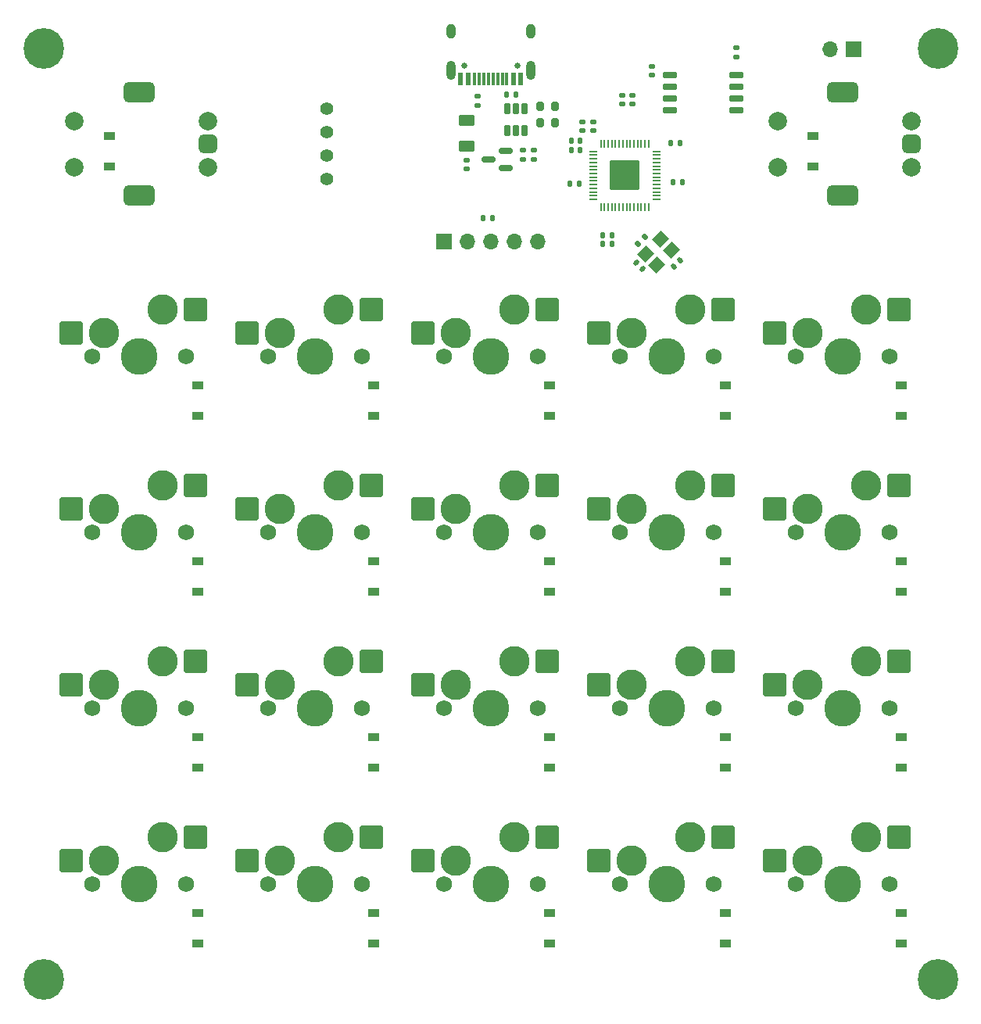
<source format=gbr>
%TF.GenerationSoftware,KiCad,Pcbnew,(6.0.7)*%
%TF.CreationDate,2022-10-27T14:14:11-04:00*%
%TF.ProjectId,BlueTeamPad,426c7565-5465-4616-9d50-61642e6b6963,rev?*%
%TF.SameCoordinates,Original*%
%TF.FileFunction,Soldermask,Bot*%
%TF.FilePolarity,Negative*%
%FSLAX46Y46*%
G04 Gerber Fmt 4.6, Leading zero omitted, Abs format (unit mm)*
G04 Created by KiCad (PCBNEW (6.0.7)) date 2022-10-27 14:14:11*
%MOMM*%
%LPD*%
G01*
G04 APERTURE LIST*
G04 Aperture macros list*
%AMRoundRect*
0 Rectangle with rounded corners*
0 $1 Rounding radius*
0 $2 $3 $4 $5 $6 $7 $8 $9 X,Y pos of 4 corners*
0 Add a 4 corners polygon primitive as box body*
4,1,4,$2,$3,$4,$5,$6,$7,$8,$9,$2,$3,0*
0 Add four circle primitives for the rounded corners*
1,1,$1+$1,$2,$3*
1,1,$1+$1,$4,$5*
1,1,$1+$1,$6,$7*
1,1,$1+$1,$8,$9*
0 Add four rect primitives between the rounded corners*
20,1,$1+$1,$2,$3,$4,$5,0*
20,1,$1+$1,$4,$5,$6,$7,0*
20,1,$1+$1,$6,$7,$8,$9,0*
20,1,$1+$1,$8,$9,$2,$3,0*%
%AMRotRect*
0 Rectangle, with rotation*
0 The origin of the aperture is its center*
0 $1 length*
0 $2 width*
0 $3 Rotation angle, in degrees counterclockwise*
0 Add horizontal line*
21,1,$1,$2,0,0,$3*%
G04 Aperture macros list end*
%ADD10C,4.400000*%
%ADD11C,1.397000*%
%ADD12C,2.000000*%
%ADD13RoundRect,0.500000X0.500000X0.500000X-0.500000X0.500000X-0.500000X-0.500000X0.500000X-0.500000X0*%
%ADD14RoundRect,0.550000X1.150000X0.550000X-1.150000X0.550000X-1.150000X-0.550000X1.150000X-0.550000X0*%
%ADD15R,1.200000X0.900000*%
%ADD16C,3.987800*%
%ADD17C,1.750000*%
%ADD18C,3.300000*%
%ADD19RoundRect,0.250000X1.025000X1.000000X-1.025000X1.000000X-1.025000X-1.000000X1.025000X-1.000000X0*%
%ADD20RoundRect,0.150000X0.650000X0.150000X-0.650000X0.150000X-0.650000X-0.150000X0.650000X-0.150000X0*%
%ADD21RoundRect,0.150000X-0.150000X0.475000X-0.150000X-0.475000X0.150000X-0.475000X0.150000X0.475000X0*%
%ADD22RoundRect,0.135000X0.135000X0.185000X-0.135000X0.185000X-0.135000X-0.185000X0.135000X-0.185000X0*%
%ADD23RoundRect,0.140000X-0.140000X-0.170000X0.140000X-0.170000X0.140000X0.170000X-0.140000X0.170000X0*%
%ADD24R,1.700000X1.700000*%
%ADD25O,1.700000X1.700000*%
%ADD26RoundRect,0.200000X0.200000X0.275000X-0.200000X0.275000X-0.200000X-0.275000X0.200000X-0.275000X0*%
%ADD27RoundRect,0.140000X0.170000X-0.140000X0.170000X0.140000X-0.170000X0.140000X-0.170000X-0.140000X0*%
%ADD28RoundRect,0.140000X0.140000X0.170000X-0.140000X0.170000X-0.140000X-0.170000X0.140000X-0.170000X0*%
%ADD29RoundRect,0.250000X-0.625000X0.375000X-0.625000X-0.375000X0.625000X-0.375000X0.625000X0.375000X0*%
%ADD30RoundRect,0.050000X0.387500X0.050000X-0.387500X0.050000X-0.387500X-0.050000X0.387500X-0.050000X0*%
%ADD31RoundRect,0.050000X0.050000X0.387500X-0.050000X0.387500X-0.050000X-0.387500X0.050000X-0.387500X0*%
%ADD32RoundRect,0.144000X1.456000X1.456000X-1.456000X1.456000X-1.456000X-1.456000X1.456000X-1.456000X0*%
%ADD33RoundRect,0.140000X0.021213X-0.219203X0.219203X-0.021213X-0.021213X0.219203X-0.219203X0.021213X0*%
%ADD34RoundRect,0.140000X-0.170000X0.140000X-0.170000X-0.140000X0.170000X-0.140000X0.170000X0.140000X0*%
%ADD35RoundRect,0.200000X-0.200000X-0.275000X0.200000X-0.275000X0.200000X0.275000X-0.200000X0.275000X0*%
%ADD36RoundRect,0.135000X-0.185000X0.135000X-0.185000X-0.135000X0.185000X-0.135000X0.185000X0.135000X0*%
%ADD37RoundRect,0.150000X0.587500X0.150000X-0.587500X0.150000X-0.587500X-0.150000X0.587500X-0.150000X0*%
%ADD38RoundRect,0.140000X0.219203X0.021213X0.021213X0.219203X-0.219203X-0.021213X-0.021213X-0.219203X0*%
%ADD39RoundRect,0.135000X0.035355X-0.226274X0.226274X-0.035355X-0.035355X0.226274X-0.226274X0.035355X0*%
%ADD40C,0.650000*%
%ADD41R,0.600000X1.450000*%
%ADD42R,0.300000X1.450000*%
%ADD43O,1.000000X1.600000*%
%ADD44O,1.000000X2.100000*%
%ADD45RoundRect,0.135000X0.185000X-0.135000X0.185000X0.135000X-0.185000X0.135000X-0.185000X-0.135000X0*%
%ADD46RoundRect,0.135000X-0.135000X-0.185000X0.135000X-0.185000X0.135000X0.185000X-0.135000X0.185000X0*%
%ADD47RotRect,1.400000X1.200000X45.000000*%
G04 APERTURE END LIST*
D10*
%TO.C,H2*%
X151606250Y-55562500D03*
%TD*%
D11*
%TO.C,OL1*%
X85457500Y-62071250D03*
X85457500Y-64611250D03*
X85457500Y-67151250D03*
X85457500Y-69691250D03*
%TD*%
D10*
%TO.C,H1*%
X54768750Y-55562500D03*
%TD*%
D12*
%TO.C,SW3*%
X148787500Y-68381250D03*
X148787500Y-63381250D03*
D13*
X148787500Y-65881250D03*
D14*
X141287500Y-60281250D03*
X141287500Y-71481250D03*
D12*
X134287500Y-63381250D03*
X134287500Y-68381250D03*
%TD*%
D10*
%TO.C,H3*%
X54768750Y-156368750D03*
%TD*%
%TO.C,H4*%
X151606250Y-156368750D03*
%TD*%
D12*
%TO.C,SW2*%
X72587500Y-68381250D03*
X72587500Y-63381250D03*
D13*
X72587500Y-65881250D03*
D14*
X65087500Y-60281250D03*
X65087500Y-71481250D03*
D12*
X58087500Y-63381250D03*
X58087500Y-68381250D03*
%TD*%
D15*
%TO.C,D10*%
X109537500Y-114362500D03*
X109537500Y-111062500D03*
%TD*%
D16*
%TO.C,SW20*%
X84137500Y-146050000D03*
D17*
X79057500Y-146050000D03*
X89217500Y-146050000D03*
D18*
X80327500Y-143510000D03*
D19*
X76777500Y-143510000D03*
D18*
X86677500Y-140970000D03*
D19*
X90227500Y-140970000D03*
%TD*%
D15*
%TO.C,D5*%
X109537500Y-95312500D03*
X109537500Y-92012500D03*
%TD*%
%TO.C,D2*%
X138112500Y-68325000D03*
X138112500Y-65025000D03*
%TD*%
D20*
%TO.C,U3*%
X129806250Y-58420000D03*
X129806250Y-59690000D03*
X129806250Y-60960000D03*
X129806250Y-62230000D03*
X122606250Y-62230000D03*
X122606250Y-60960000D03*
X122606250Y-59690000D03*
X122606250Y-58420000D03*
%TD*%
D15*
%TO.C,D15*%
X109537500Y-133412500D03*
X109537500Y-130112500D03*
%TD*%
D21*
%TO.C,U2*%
X104968000Y-62071000D03*
X105918000Y-62071000D03*
X106868000Y-62071000D03*
X106868000Y-64421000D03*
X105918000Y-64421000D03*
X104968000Y-64421000D03*
%TD*%
D22*
%TO.C,R4*%
X105920000Y-60579000D03*
X104900000Y-60579000D03*
%TD*%
D15*
%TO.C,D4*%
X90487500Y-95312500D03*
X90487500Y-92012500D03*
%TD*%
D23*
%TO.C,C16*%
X122952000Y-69993000D03*
X123912000Y-69993000D03*
%TD*%
D17*
%TO.C,SW5*%
X79057500Y-88900000D03*
X89217500Y-88900000D03*
D16*
X84137500Y-88900000D03*
D19*
X76777500Y-86360000D03*
D18*
X80327500Y-86360000D03*
D19*
X90227500Y-83820000D03*
D18*
X86677500Y-83820000D03*
%TD*%
D24*
%TO.C,SW1*%
X142494000Y-55626000D03*
D25*
X139954000Y-55626000D03*
%TD*%
D17*
%TO.C,SW6*%
X98107500Y-88900000D03*
X108267500Y-88900000D03*
D16*
X103187500Y-88900000D03*
D19*
X95827500Y-86360000D03*
D18*
X99377500Y-86360000D03*
X105727500Y-83820000D03*
D19*
X109277500Y-83820000D03*
%TD*%
D15*
%TO.C,D19*%
X90487500Y-152462500D03*
X90487500Y-149162500D03*
%TD*%
D23*
%TO.C,C14*%
X122710000Y-65786000D03*
X123670000Y-65786000D03*
%TD*%
D15*
%TO.C,D1*%
X61912500Y-68325000D03*
X61912500Y-65025000D03*
%TD*%
D26*
%TO.C,R1*%
X110172000Y-61849000D03*
X108522000Y-61849000D03*
%TD*%
D27*
%TO.C,C5*%
X117449600Y-61598750D03*
X117449600Y-60638750D03*
%TD*%
%TO.C,C11*%
X120650000Y-58442800D03*
X120650000Y-57482800D03*
%TD*%
D28*
%TO.C,C12*%
X112900400Y-66548000D03*
X111940400Y-66548000D03*
%TD*%
D15*
%TO.C,D22*%
X147637500Y-152462500D03*
X147637500Y-149162500D03*
%TD*%
D17*
%TO.C,SW21*%
X98107500Y-146050000D03*
X108267500Y-146050000D03*
D16*
X103187500Y-146050000D03*
D19*
X95827500Y-143510000D03*
D18*
X99377500Y-143510000D03*
D19*
X109277500Y-140970000D03*
D18*
X105727500Y-140970000D03*
%TD*%
D16*
%TO.C,SW22*%
X122237500Y-146050000D03*
D17*
X117157500Y-146050000D03*
X127317500Y-146050000D03*
D18*
X118427500Y-143510000D03*
D19*
X114877500Y-143510000D03*
X128327500Y-140970000D03*
D18*
X124777500Y-140970000D03*
%TD*%
D28*
%TO.C,C13*%
X116304000Y-76708000D03*
X115344000Y-76708000D03*
%TD*%
D15*
%TO.C,D9*%
X90487500Y-114362500D03*
X90487500Y-111062500D03*
%TD*%
D29*
%TO.C,F1*%
X100584000Y-63370000D03*
X100584000Y-66170000D03*
%TD*%
D30*
%TO.C,U1*%
X121141100Y-66691200D03*
X121141100Y-67091200D03*
X121141100Y-67491200D03*
X121141100Y-67891200D03*
X121141100Y-68291200D03*
X121141100Y-68691200D03*
X121141100Y-69091200D03*
X121141100Y-69491200D03*
X121141100Y-69891200D03*
X121141100Y-70291200D03*
X121141100Y-70691200D03*
X121141100Y-71091200D03*
X121141100Y-71491200D03*
X121141100Y-71891200D03*
D31*
X120303600Y-72728700D03*
X119903600Y-72728700D03*
X119503600Y-72728700D03*
X119103600Y-72728700D03*
X118703600Y-72728700D03*
X118303600Y-72728700D03*
X117903600Y-72728700D03*
X117503600Y-72728700D03*
X117103600Y-72728700D03*
X116703600Y-72728700D03*
X116303600Y-72728700D03*
X115903600Y-72728700D03*
X115503600Y-72728700D03*
X115103600Y-72728700D03*
D30*
X114266100Y-71891200D03*
X114266100Y-71491200D03*
X114266100Y-71091200D03*
X114266100Y-70691200D03*
X114266100Y-70291200D03*
X114266100Y-69891200D03*
X114266100Y-69491200D03*
X114266100Y-69091200D03*
X114266100Y-68691200D03*
X114266100Y-68291200D03*
X114266100Y-67891200D03*
X114266100Y-67491200D03*
X114266100Y-67091200D03*
X114266100Y-66691200D03*
D31*
X115103600Y-65853700D03*
X115503600Y-65853700D03*
X115903600Y-65853700D03*
X116303600Y-65853700D03*
X116703600Y-65853700D03*
X117103600Y-65853700D03*
X117503600Y-65853700D03*
X117903600Y-65853700D03*
X118303600Y-65853700D03*
X118703600Y-65853700D03*
X119103600Y-65853700D03*
X119503600Y-65853700D03*
X119903600Y-65853700D03*
X120303600Y-65853700D03*
D32*
X117703600Y-69291200D03*
%TD*%
D28*
%TO.C,C15*%
X112748000Y-70231000D03*
X111788000Y-70231000D03*
%TD*%
D16*
%TO.C,SW13*%
X141287500Y-107950000D03*
D17*
X146367500Y-107950000D03*
X136207500Y-107950000D03*
D18*
X137477500Y-105410000D03*
D19*
X133927500Y-105410000D03*
X147377500Y-102870000D03*
D18*
X143827500Y-102870000D03*
%TD*%
D17*
%TO.C,SW18*%
X146367500Y-127000000D03*
D16*
X141287500Y-127000000D03*
D17*
X136207500Y-127000000D03*
D18*
X137477500Y-124460000D03*
D19*
X133927500Y-124460000D03*
X147377500Y-121920000D03*
D18*
X143827500Y-121920000D03*
%TD*%
D15*
%TO.C,D6*%
X128587500Y-95312500D03*
X128587500Y-92012500D03*
%TD*%
D33*
%TO.C,C3*%
X122977589Y-79206411D03*
X123656411Y-78527589D03*
%TD*%
D17*
%TO.C,SW16*%
X108267500Y-127000000D03*
X98107500Y-127000000D03*
D16*
X103187500Y-127000000D03*
D19*
X95827500Y-124460000D03*
D18*
X99377500Y-124460000D03*
D19*
X109277500Y-121920000D03*
D18*
X105727500Y-121920000D03*
%TD*%
D15*
%TO.C,D8*%
X71437500Y-114362500D03*
X71437500Y-111062500D03*
%TD*%
D17*
%TO.C,SW11*%
X98107500Y-107950000D03*
X108267500Y-107950000D03*
D16*
X103187500Y-107950000D03*
D18*
X99377500Y-105410000D03*
D19*
X95827500Y-105410000D03*
D18*
X105727500Y-102870000D03*
D19*
X109277500Y-102870000D03*
%TD*%
D15*
%TO.C,D18*%
X71437500Y-152462500D03*
X71437500Y-149162500D03*
%TD*%
D34*
%TO.C,C2*%
X100584000Y-67620000D03*
X100584000Y-68580000D03*
%TD*%
D35*
%TO.C,R2*%
X108522000Y-63627000D03*
X110172000Y-63627000D03*
%TD*%
D17*
%TO.C,SW12*%
X127317500Y-107950000D03*
D16*
X122237500Y-107950000D03*
D17*
X117157500Y-107950000D03*
D18*
X118427500Y-105410000D03*
D19*
X114877500Y-105410000D03*
D18*
X124777500Y-102870000D03*
D19*
X128327500Y-102870000D03*
%TD*%
D27*
%TO.C,C8*%
X118516400Y-61598750D03*
X118516400Y-60638750D03*
%TD*%
D36*
%TO.C,R6*%
X129794000Y-55497000D03*
X129794000Y-56517000D03*
%TD*%
D27*
%TO.C,C1*%
X106680000Y-67536000D03*
X106680000Y-66576000D03*
%TD*%
D16*
%TO.C,SW9*%
X65087500Y-107950000D03*
D17*
X70167500Y-107950000D03*
X60007500Y-107950000D03*
D19*
X57727500Y-105410000D03*
D18*
X61277500Y-105410000D03*
D19*
X71177500Y-102870000D03*
D18*
X67627500Y-102870000D03*
%TD*%
D16*
%TO.C,SW10*%
X84137500Y-107950000D03*
D17*
X79057500Y-107950000D03*
X89217500Y-107950000D03*
D18*
X80327500Y-105410000D03*
D19*
X76777500Y-105410000D03*
D18*
X86677500Y-102870000D03*
D19*
X90227500Y-102870000D03*
%TD*%
D28*
%TO.C,C7*%
X116304000Y-75742800D03*
X115344000Y-75742800D03*
%TD*%
D15*
%TO.C,D16*%
X128587500Y-133412500D03*
X128587500Y-130112500D03*
%TD*%
D17*
%TO.C,SW7*%
X127317500Y-88900000D03*
D16*
X122237500Y-88900000D03*
D17*
X117157500Y-88900000D03*
D19*
X114877500Y-86360000D03*
D18*
X118427500Y-86360000D03*
D19*
X128327500Y-83820000D03*
D18*
X124777500Y-83820000D03*
%TD*%
D37*
%TO.C,U4*%
X104823500Y-66614000D03*
X104823500Y-68514000D03*
X102948500Y-67564000D03*
%TD*%
D15*
%TO.C,D11*%
X128587500Y-114362500D03*
X128587500Y-111062500D03*
%TD*%
D27*
%TO.C,C9*%
X107823000Y-67536000D03*
X107823000Y-66576000D03*
%TD*%
D38*
%TO.C,C4*%
X119592411Y-79460411D03*
X118913589Y-78781589D03*
%TD*%
D16*
%TO.C,SW15*%
X84137500Y-127000000D03*
D17*
X89217500Y-127000000D03*
X79057500Y-127000000D03*
D18*
X80327500Y-124460000D03*
D19*
X76777500Y-124460000D03*
X90227500Y-121920000D03*
D18*
X86677500Y-121920000D03*
%TD*%
D15*
%TO.C,D14*%
X90487500Y-133412500D03*
X90487500Y-130112500D03*
%TD*%
%TO.C,D3*%
X71437500Y-95312500D03*
X71437500Y-92012500D03*
%TD*%
D39*
%TO.C,R5*%
X119146376Y-76687624D03*
X119867624Y-75966376D03*
%TD*%
D40*
%TO.C,J1*%
X100297500Y-57368750D03*
X106077500Y-57368750D03*
D41*
X99937500Y-58813750D03*
X100737500Y-58813750D03*
D42*
X101937500Y-58813750D03*
X102937500Y-58813750D03*
X103437500Y-58813750D03*
X104437500Y-58813750D03*
D41*
X105637500Y-58813750D03*
X106437500Y-58813750D03*
X106437500Y-58813750D03*
X105637500Y-58813750D03*
D42*
X104937500Y-58813750D03*
X103937500Y-58813750D03*
X102437500Y-58813750D03*
X101437500Y-58813750D03*
D41*
X100737500Y-58813750D03*
X99937500Y-58813750D03*
D43*
X107507500Y-53718750D03*
D44*
X98867500Y-57898750D03*
D43*
X98867500Y-53718750D03*
D44*
X107507500Y-57898750D03*
%TD*%
D45*
%TO.C,R3*%
X101727000Y-61724000D03*
X101727000Y-60704000D03*
%TD*%
D15*
%TO.C,D12*%
X147637500Y-114362500D03*
X147637500Y-111062500D03*
%TD*%
D46*
%TO.C,R7*%
X102360000Y-73914000D03*
X103380000Y-73914000D03*
%TD*%
D15*
%TO.C,D17*%
X147637500Y-133412500D03*
X147637500Y-130112500D03*
%TD*%
D47*
%TO.C,Y1*%
X119983365Y-77773777D03*
X121539000Y-76218142D03*
X122741081Y-77420223D03*
X121185446Y-78975858D03*
%TD*%
D27*
%TO.C,C10*%
X113131600Y-64437200D03*
X113131600Y-63477200D03*
%TD*%
D17*
%TO.C,SW4*%
X70167500Y-88900000D03*
X60007500Y-88900000D03*
D16*
X65087500Y-88900000D03*
D19*
X57727500Y-86360000D03*
D18*
X61277500Y-86360000D03*
D19*
X71177500Y-83820000D03*
D18*
X67627500Y-83820000D03*
%TD*%
D15*
%TO.C,D13*%
X71437500Y-133412500D03*
X71437500Y-130112500D03*
%TD*%
D27*
%TO.C,C6*%
X114300000Y-64437200D03*
X114300000Y-63477200D03*
%TD*%
D16*
%TO.C,SW8*%
X141287500Y-88900000D03*
D17*
X146367500Y-88900000D03*
X136207500Y-88900000D03*
D18*
X137477500Y-86360000D03*
D19*
X133927500Y-86360000D03*
X147377500Y-83820000D03*
D18*
X143827500Y-83820000D03*
%TD*%
D17*
%TO.C,SW23*%
X136207500Y-146050000D03*
D16*
X141287500Y-146050000D03*
D17*
X146367500Y-146050000D03*
D18*
X137477500Y-143510000D03*
D19*
X133927500Y-143510000D03*
D18*
X143827500Y-140970000D03*
D19*
X147377500Y-140970000D03*
%TD*%
D24*
%TO.C,J2*%
X98150000Y-76425000D03*
D25*
X100690000Y-76425000D03*
X103230000Y-76425000D03*
X105770000Y-76425000D03*
X108310000Y-76425000D03*
%TD*%
D17*
%TO.C,SW19*%
X70167500Y-146050000D03*
D16*
X65087500Y-146050000D03*
D17*
X60007500Y-146050000D03*
D19*
X57727500Y-143510000D03*
D18*
X61277500Y-143510000D03*
X67627500Y-140970000D03*
D19*
X71177500Y-140970000D03*
%TD*%
D15*
%TO.C,D7*%
X147637500Y-95312500D03*
X147637500Y-92012500D03*
%TD*%
%TO.C,D21*%
X128587500Y-152462500D03*
X128587500Y-149162500D03*
%TD*%
D28*
%TO.C,C17*%
X112900400Y-65532000D03*
X111940400Y-65532000D03*
%TD*%
D15*
%TO.C,D20*%
X109537500Y-152462500D03*
X109537500Y-149162500D03*
%TD*%
D17*
%TO.C,SW14*%
X60007500Y-127000000D03*
X70167500Y-127000000D03*
D16*
X65087500Y-127000000D03*
D18*
X61277500Y-124460000D03*
D19*
X57727500Y-124460000D03*
X71177500Y-121920000D03*
D18*
X67627500Y-121920000D03*
%TD*%
D16*
%TO.C,SW17*%
X122237500Y-127000000D03*
D17*
X117157500Y-127000000D03*
X127317500Y-127000000D03*
D18*
X118427500Y-124460000D03*
D19*
X114877500Y-124460000D03*
X128327500Y-121920000D03*
D18*
X124777500Y-121920000D03*
%TD*%
M02*

</source>
